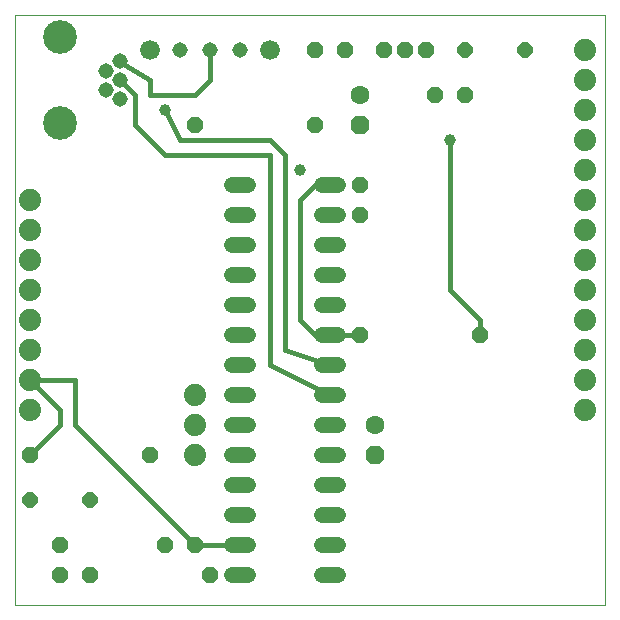
<source format=gtl>
G75*
%MOIN*%
%OFA0B0*%
%FSLAX25Y25*%
%IPPOS*%
%LPD*%
%AMOC8*
5,1,8,0,0,1.08239X$1,22.5*
%
%ADD10C,0.00000*%
%ADD11OC8,0.05200*%
%ADD12C,0.07400*%
%ADD13C,0.05200*%
%ADD14C,0.05150*%
%ADD15C,0.06600*%
%ADD16OC8,0.05150*%
%ADD17C,0.11220*%
%ADD18C,0.06300*%
%ADD19OC8,0.06300*%
%ADD20C,0.01600*%
%ADD21C,0.03962*%
D10*
X0013667Y0031998D02*
X0013667Y0228849D01*
X0210517Y0228849D01*
X0210517Y0031998D01*
X0013667Y0031998D01*
D11*
X0028667Y0041998D03*
X0038667Y0041998D03*
X0028667Y0051998D03*
X0018667Y0081998D03*
X0058667Y0081998D03*
X0063667Y0051998D03*
X0073667Y0051998D03*
X0078667Y0041998D03*
X0128667Y0121998D03*
X0128667Y0161998D03*
X0128667Y0171998D03*
X0113667Y0191998D03*
X0113667Y0216998D03*
X0123667Y0216998D03*
X0136667Y0216998D03*
X0143667Y0216998D03*
X0150667Y0216998D03*
X0153667Y0201998D03*
X0163667Y0201998D03*
X0168667Y0121998D03*
X0073667Y0191998D03*
D12*
X0018667Y0166998D03*
X0018667Y0156998D03*
X0018667Y0146998D03*
X0018667Y0136998D03*
X0018667Y0126998D03*
X0018667Y0116998D03*
X0018667Y0106998D03*
X0018667Y0096998D03*
X0073667Y0091998D03*
X0073667Y0081998D03*
X0073667Y0101998D03*
X0203667Y0096998D03*
X0203667Y0106998D03*
X0203667Y0116998D03*
X0203667Y0126998D03*
X0203667Y0136998D03*
X0203667Y0146998D03*
X0203667Y0156998D03*
X0203667Y0166998D03*
X0203667Y0176998D03*
X0203667Y0186998D03*
X0203667Y0196998D03*
X0203667Y0206998D03*
X0203667Y0216998D03*
D13*
X0121267Y0171998D02*
X0116067Y0171998D01*
X0116067Y0161998D02*
X0121267Y0161998D01*
X0121267Y0151998D02*
X0116067Y0151998D01*
X0116067Y0141998D02*
X0121267Y0141998D01*
X0121267Y0131998D02*
X0116067Y0131998D01*
X0121267Y0131998D01*
X0121267Y0121998D02*
X0116067Y0121998D01*
X0116067Y0111998D02*
X0121267Y0111998D01*
X0121267Y0101998D02*
X0116067Y0101998D01*
X0116067Y0091998D02*
X0121267Y0091998D01*
X0121267Y0081998D02*
X0116067Y0081998D01*
X0116067Y0071998D02*
X0121267Y0071998D01*
X0121267Y0061998D02*
X0116067Y0061998D01*
X0116067Y0051998D02*
X0121267Y0051998D01*
X0121267Y0041998D02*
X0116067Y0041998D01*
X0091267Y0041998D02*
X0086067Y0041998D01*
X0086067Y0051998D02*
X0091267Y0051998D01*
X0091267Y0061998D02*
X0086067Y0061998D01*
X0086067Y0071998D02*
X0091267Y0071998D01*
X0091267Y0081998D02*
X0086067Y0081998D01*
X0086067Y0091998D02*
X0091267Y0091998D01*
X0091267Y0101998D02*
X0086067Y0101998D01*
X0086067Y0111998D02*
X0091267Y0111998D01*
X0091267Y0121998D02*
X0086067Y0121998D01*
X0086067Y0131998D02*
X0091267Y0131998D01*
X0091267Y0141998D02*
X0086067Y0141998D01*
X0086067Y0151998D02*
X0091267Y0151998D01*
X0091267Y0161998D02*
X0086067Y0161998D01*
X0086067Y0171998D02*
X0091267Y0171998D01*
D14*
X0088667Y0216998D03*
X0078667Y0216998D03*
X0068667Y0216998D03*
X0048745Y0213297D03*
X0044021Y0210148D03*
X0048745Y0206998D03*
X0044021Y0203849D03*
X0048745Y0200699D03*
D15*
X0058667Y0216998D03*
X0098667Y0216998D03*
D16*
X0163667Y0216998D03*
X0183667Y0216998D03*
X0038667Y0066998D03*
X0018667Y0066998D03*
D17*
X0028667Y0192628D03*
X0028667Y0221368D03*
D18*
X0128667Y0201998D03*
X0133667Y0091998D03*
D19*
X0133667Y0081998D03*
X0128667Y0191998D03*
D20*
X0118667Y0171998D02*
X0113667Y0171998D01*
X0108667Y0166998D01*
X0108667Y0126998D01*
X0113667Y0121998D01*
X0118667Y0121998D01*
X0128667Y0121998D01*
X0118667Y0111998D02*
X0103667Y0116998D01*
X0103667Y0181998D01*
X0098667Y0186998D01*
X0068667Y0186998D01*
X0063667Y0196998D01*
X0058667Y0201998D02*
X0058667Y0206998D01*
X0048667Y0212998D01*
X0048667Y0206998D02*
X0048745Y0206919D01*
X0053667Y0201998D01*
X0053667Y0191998D01*
X0063667Y0181998D01*
X0098667Y0181998D01*
X0098667Y0111998D01*
X0118667Y0101998D01*
X0158667Y0136998D02*
X0158667Y0186998D01*
X0158667Y0136998D02*
X0168667Y0126998D01*
X0168667Y0121998D01*
X0088667Y0051998D02*
X0073667Y0051998D01*
X0033667Y0091998D01*
X0033667Y0106998D01*
X0018667Y0106998D01*
X0028667Y0096998D01*
X0028667Y0091998D01*
X0018667Y0081998D01*
X0058667Y0201998D02*
X0073667Y0201998D01*
X0078667Y0206998D01*
X0078667Y0216998D01*
X0048745Y0206998D02*
X0048745Y0206919D01*
D21*
X0063667Y0196998D03*
X0108667Y0176998D03*
X0158667Y0186998D03*
M02*

</source>
